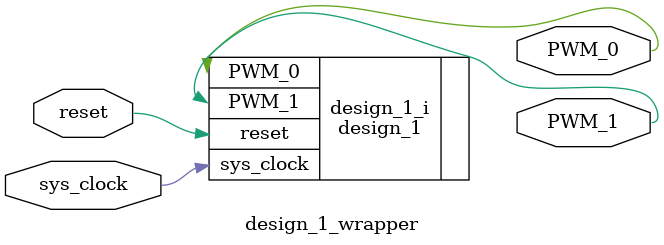
<source format=v>
`timescale 1 ps / 1 ps

module design_1_wrapper
   (PWM_0,
    PWM_1,
    reset,
    sys_clock);
  output PWM_0;
  output PWM_1;
  input reset;
  input sys_clock;

  wire PWM_0;
  wire PWM_1;
  wire reset;
  wire sys_clock;

  design_1 design_1_i
       (.PWM_0(PWM_0),
        .PWM_1(PWM_1),
        .reset(reset),
        .sys_clock(sys_clock));
endmodule

</source>
